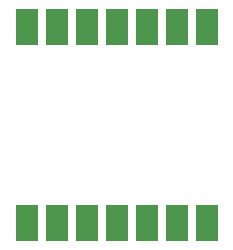
<source format=gtp>
G04 Layer: TopPasteMaskLayer*
G04 EasyEDA v6.5.50, 2025-05-01 09:36:35*
G04 b635e82801d84c3784f216ba710eedd8,4ea17189a5af4923b0f09c00d4425dfb,10*
G04 Gerber Generator version 0.2*
G04 Scale: 100 percent, Rotated: No, Reflected: No *
G04 Dimensions in millimeters *
G04 leading zeros omitted , absolute positions ,4 integer and 5 decimal *
%FSLAX45Y45*%
%MOMM*%

%AMMACRO1*21,1,$1,$2,0,0,$3*%
%ADD10MACRO1,1.8999X3X0.0000*%
%ADD11C,0.0103*%

%LPD*%
D10*
G01*
X1244600Y4580191D03*
G01*
X1498600Y4580191D03*
G01*
X1752600Y4580191D03*
G01*
X2006600Y4580191D03*
G01*
X2260600Y4580191D03*
G01*
X2514600Y4580191D03*
G01*
X2768600Y4580191D03*
G01*
X2768600Y6240183D03*
G01*
X2514600Y6240183D03*
G01*
X2260600Y6240183D03*
G01*
X2006600Y6240183D03*
G01*
X1752600Y6240183D03*
G01*
X1498600Y6240183D03*
G01*
X1244600Y6240183D03*
M02*

</source>
